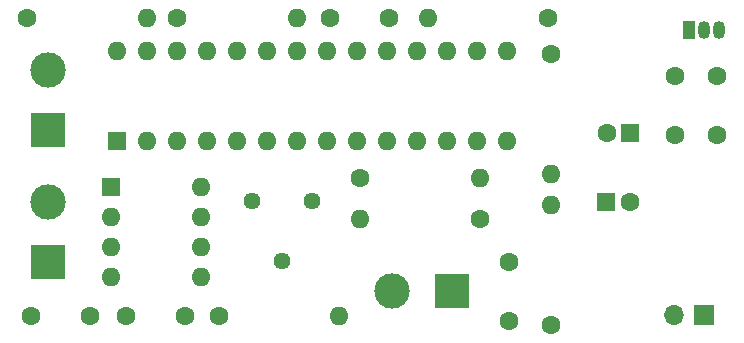
<source format=gbr>
G04 #@! TF.GenerationSoftware,KiCad,Pcbnew,(5.1.7)-1*
G04 #@! TF.CreationDate,2021-11-25T13:16:34-06:00*
G04 #@! TF.ProjectId,GuitarMicroBoard,47756974-6172-44d6-9963-726f426f6172,rev?*
G04 #@! TF.SameCoordinates,Original*
G04 #@! TF.FileFunction,Soldermask,Top*
G04 #@! TF.FilePolarity,Negative*
%FSLAX46Y46*%
G04 Gerber Fmt 4.6, Leading zero omitted, Abs format (unit mm)*
G04 Created by KiCad (PCBNEW (5.1.7)-1) date 2021-11-25 13:16:34*
%MOMM*%
%LPD*%
G01*
G04 APERTURE LIST*
%ADD10C,1.600000*%
%ADD11R,1.600000X1.600000*%
%ADD12C,3.000000*%
%ADD13R,3.000000X3.000000*%
%ADD14O,1.600000X1.600000*%
%ADD15C,1.440000*%
%ADD16O,1.050000X1.500000*%
%ADD17R,1.050000X1.500000*%
%ADD18R,1.700000X1.700000*%
%ADD19O,1.700000X1.700000*%
G04 APERTURE END LIST*
D10*
G04 #@! TO.C,C3*
X173704000Y-107696000D03*
D11*
X171704000Y-107696000D03*
G04 #@! TD*
G04 #@! TO.C,C6*
X173736000Y-101854000D03*
D10*
X171736000Y-101854000D03*
G04 #@! TD*
D12*
G04 #@! TO.C,J2*
X124460000Y-107696000D03*
D13*
X124460000Y-112776000D03*
G04 #@! TD*
G04 #@! TO.C,J3*
X124460000Y-101600000D03*
D12*
X124460000Y-96520000D03*
G04 #@! TD*
G04 #@! TO.C,J4*
X153543000Y-115189000D03*
D13*
X158623000Y-115189000D03*
G04 #@! TD*
D14*
G04 #@! TO.C,R1*
X167005000Y-107950000D03*
D10*
X167005000Y-118110000D03*
G04 #@! TD*
G04 #@! TO.C,R2*
X166751000Y-92075000D03*
D14*
X156591000Y-92075000D03*
G04 #@! TD*
D10*
G04 #@! TO.C,R3*
X138938000Y-117348000D03*
D14*
X149098000Y-117348000D03*
G04 #@! TD*
G04 #@! TO.C,R4*
X161036000Y-105664000D03*
D10*
X150876000Y-105664000D03*
G04 #@! TD*
D14*
G04 #@! TO.C,R5*
X150876000Y-109093000D03*
D10*
X161036000Y-109093000D03*
G04 #@! TD*
G04 #@! TO.C,R6*
X167005000Y-95123000D03*
D14*
X167005000Y-105283000D03*
G04 #@! TD*
G04 #@! TO.C,R7*
X145542000Y-92075000D03*
D10*
X135382000Y-92075000D03*
G04 #@! TD*
G04 #@! TO.C,R8*
X122682000Y-92075000D03*
D14*
X132842000Y-92075000D03*
G04 #@! TD*
D15*
G04 #@! TO.C,RV1*
X146812000Y-107569000D03*
X144272000Y-112649000D03*
X141732000Y-107569000D03*
G04 #@! TD*
D11*
G04 #@! TO.C,U1*
X130302000Y-102489000D03*
D14*
X163322000Y-94869000D03*
X132842000Y-102489000D03*
X160782000Y-94869000D03*
X135382000Y-102489000D03*
X158242000Y-94869000D03*
X137922000Y-102489000D03*
X155702000Y-94869000D03*
X140462000Y-102489000D03*
X153162000Y-94869000D03*
X143002000Y-102489000D03*
X150622000Y-94869000D03*
X145542000Y-102489000D03*
X148082000Y-94869000D03*
X148082000Y-102489000D03*
X145542000Y-94869000D03*
X150622000Y-102489000D03*
X143002000Y-94869000D03*
X153162000Y-102489000D03*
X140462000Y-94869000D03*
X155702000Y-102489000D03*
X137922000Y-94869000D03*
X158242000Y-102489000D03*
X135382000Y-94869000D03*
X160782000Y-102489000D03*
X132842000Y-94869000D03*
X163322000Y-102489000D03*
X130302000Y-94869000D03*
G04 #@! TD*
D11*
G04 #@! TO.C,U2*
X129794000Y-106426000D03*
D14*
X137414000Y-114046000D03*
X129794000Y-108966000D03*
X137414000Y-111506000D03*
X129794000Y-111506000D03*
X137414000Y-108966000D03*
X129794000Y-114046000D03*
X137414000Y-106426000D03*
G04 #@! TD*
D16*
G04 #@! TO.C,U3*
X179959000Y-93091000D03*
X181229000Y-93091000D03*
D17*
X178689000Y-93091000D03*
G04 #@! TD*
D18*
G04 #@! TO.C,J1*
X179959000Y-117221000D03*
D19*
X177419000Y-117221000D03*
G04 #@! TD*
D10*
G04 #@! TO.C,C1*
X163449000Y-117776000D03*
X163449000Y-112776000D03*
G04 #@! TD*
G04 #@! TO.C,C2*
X131064000Y-117348000D03*
X136064000Y-117348000D03*
G04 #@! TD*
G04 #@! TO.C,C4*
X128016000Y-117348000D03*
X123016000Y-117348000D03*
G04 #@! TD*
G04 #@! TO.C,C5*
X153336000Y-92075000D03*
X148336000Y-92075000D03*
G04 #@! TD*
G04 #@! TO.C,C7*
X181102000Y-102028000D03*
X181102000Y-97028000D03*
G04 #@! TD*
G04 #@! TO.C,C8*
X177546000Y-97028000D03*
X177546000Y-102028000D03*
G04 #@! TD*
M02*

</source>
